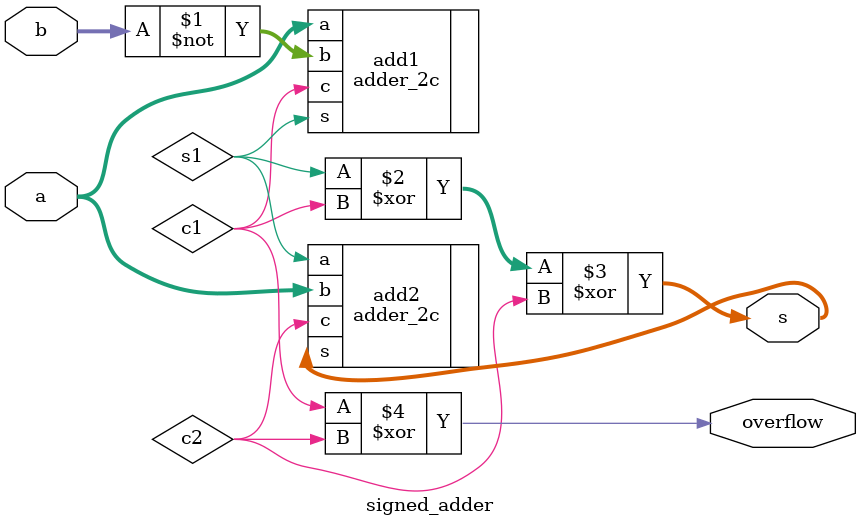
<source format=v>

module signed_adder(input [7:0] a,
    input [7:0] b,
    output [7:0] s,
    output overflow
); 

// The numbers a and b are added to the output s. 
// assign the occurence of the signed overflow of a and b to the output overflow.
// a signed overflow occurs if the most significant bits of a and b are low and the most significant bit of s is high
// a signed overflow may also occur if the most significant bits of a and b are high and the most significant bit of s is low



// First add the 2's complement of the negative numbers
// ( result of tausworthe algorithm )

adder_2c add1(.a(a), .b(~b), .s(s1), .c(c1));
// Now add the two numbers, s1 = s + a)
adder_2c add2(.a(s1), .b(a), .s(s), .c(c2));
// assign the final result of the operation to s
assign s = s1 ^ c1 ^ c2;

assign overflow = c1 ^ c2;

endmodule

</source>
